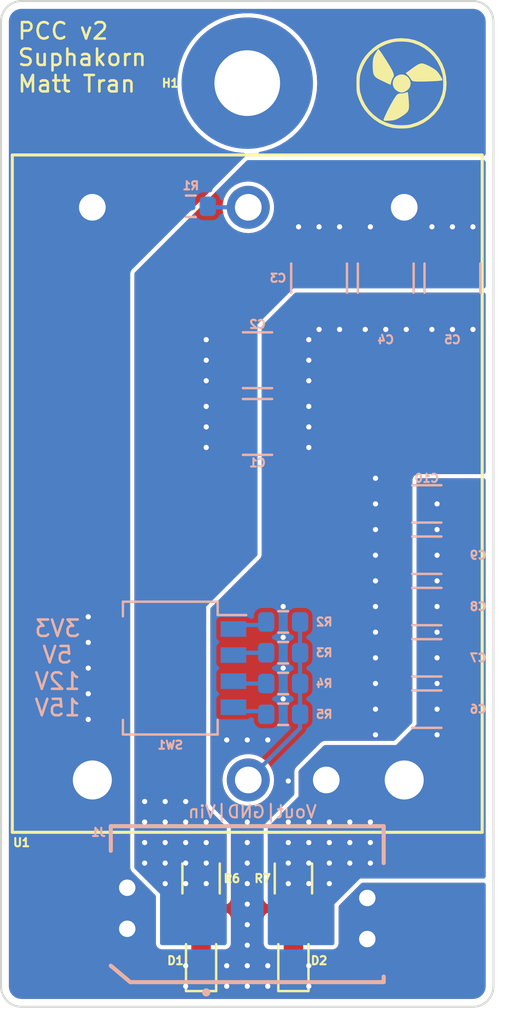
<source format=kicad_pcb>
(kicad_pcb (version 20211014) (generator pcbnew)
  (layers (0 "F.Cu" signal) (31 "B.Cu" signal) (34 "B.Paste" user) (35 "F.Paste" user) (36 "B.SilkS" user "B.Silkscreen") (37 "F.SilkS" user "F.Silkscreen") (38 "B.Mask" user) (39 "F.Mask" user) (44 "Edge.Cuts" user))
  (net 0 "")
  (net 1 "GND")
  (net 2 "Net-(D1-Pad2)")
  (net 3 "Net-(R4-Pad1)")
  (net 4 "+48V")
  (net 5 "+VSW")
  (net 6 "Net-(D2-Pad2)")
  (net 7 "Net-(R1-Pad2)")
  (net 8 "Net-(R2-Pad2)")
  (net 9 "Net-(R2-Pad1)")
  (net 10 "Net-(R3-Pad1)")
  (net 11 "Net-(R5-Pad1)")
  (footprint "MountingHole:MountingHole_3.2mm_M3_Pad_TopBottom" (layer "F.Cu") (at 150 80)
    (fp_text reference "H1" (at -3.75 0) (layer "F.SilkS") (effects (font (size 0.4 0.4) (thickness 0.1))))
    (fp_text value "mount")
    (pad "" thru_hole circle (at 0 0) (size 3.6 3.6) (drill 3.2) (layers *.Cu *.Mask))
    (pad "" connect circle (at 0 0) (size 6.4 6.4) (layers "F.Cu" "F.Mask"))
    (pad "" connect circle (at 0 0) (size 6.4 6.4) (layers "B.Cu" "B.Mask"))
  )
  (footprint "extraparts:I6A4W020A033V-001-R" (layer "F.Cu") (at 150 100 -90)
    (fp_text reference "U1" (at 17 11 180) (layer "F.SilkS") (effects (font (size 0.4 0.4) (thickness 0.1))))
    (fp_text value "I6A4W020A033V-001-R")
    (fp_line (start 16.5 -11.45) (end 16.5 11.45) (layer "F.SilkS") (width 0.15))
    (fp_line (start -16.5 -11.45) (end 16.5 -11.45) (layer "F.SilkS") (width 0.15))
    (fp_line (start -16.5 11.45) (end -16.5 -11.45) (layer "F.SilkS") (width 0.15))
    (fp_line (start -16.5 11.45) (end 16.5 11.45) (layer "F.SilkS") (width 0.15))
    (pad "1" thru_hole circle locked (at -13.95 -7.65 270) (size 2.1 2.1) (drill 1.3) (layers *.Cu *.Mask) (net 4 "+48V"))
    (pad "2" thru_hole circle locked (at -13.95 -0.05 270) (size 2.1 2.1) (drill 1.3) (layers *.Cu *.Mask) (net 7 "Net-(R1-Pad2)"))
    (pad "3" thru_hole circle locked (at -13.95 7.55 270) (size 2.1 2.1) (drill 1.3) (layers *.Cu *.Mask) (net 1 "GND"))
    (pad "4" thru_hole circle locked (at 13.95 7.55 270) (size 2.9 2.9) (drill 1.9) (layers *.Cu *.Mask) (net 1 "GND"))
    (pad "6" thru_hole circle locked (at 13.95 -0.05 270) (size 2.1 2.1) (drill 1.3) (layers *.Cu *.Mask) (net 8 "Net-(R2-Pad2)"))
    (pad "7" thru_hole circle locked (at 13.95 -3.85 270) (size 2.1 2.1) (drill 1.3) (layers *.Cu *.Mask) (net 5 "+VSW"))
    (pad "8" thru_hole circle locked (at 13.95 -7.65 270) (size 2.9 2.9) (drill 1.9) (layers *.Cu *.Mask) (net 5 "+VSW"))
  )
  (footprint "extraparts:auv_logo" (layer "F.Cu") (at 157.5 80)
    (fp_text reference "H2" hide)
    (fp_text value "logo" hide)
    (fp_poly (pts (xy 0.184223 -0.389007) (xy 0.293037 -0.322752) (xy 0.379247 -0.228185) (xy 0.436311 -0.112771) (xy 0.457687 0.016022) (xy 0.436831 0.150727) (xy 0.430108 0.169796) (xy 0.368652 0.271393) (xy 0.273747 0.360206) (xy 0.161031 0.425174) (xy 0.046144 0.455232) (xy 0.0254 0.456084) (xy -0.037835 0.445439) (xy -0.117232 0.418923) (xy -0.1397 0.409192) (xy -0.263177 0.328709) (xy -0.348247 0.22494) (xy -0.395594 0.106535) (xy -0.405906 -0.017858) (xy -0.379867 -0.139587) (xy -0.318162 -0.250004) (xy -0.221478 -0.340458) (xy -0.090499 -0.4023) (xy -0.075046 -0.406711) (xy 0.059348 -0.419482) (xy 0.184223 -0.389007)) (layer "F.SilkS") (width 0.01) (fill solid))
    (fp_poly (pts (xy 0.317943 0.437816) (xy 0.326452 0.470112) (xy 0.336989 0.541361) (xy 0.348428 0.639813) (xy 0.35964 0.75372) (xy 0.369499 0.871333) (xy 0.376876 0.980901) (xy 0.380645 1.070677) (xy 0.380905 1.09392) (xy 0.375208 1.215889) (xy 0.353597 1.311122) (xy 0.309078 1.391103) (xy 0.23466 1.467315) (xy 0.123351 1.55124) (xy 0.087517 1.575733) (xy -0.05618 1.668922) (xy -0.174815 1.734762) (xy -0.282395 1.778377) (xy -0.392927 1.804889) (xy -0.520415 1.819421) (xy -0.590054 1.823563) (xy -0.706715 1.828014) (xy -0.782214 1.827085) (xy -0.826 1.819774) (xy -0.847524 1.805076) (xy -0.852506 1.795674) (xy -0.846124 1.761067) (xy -0.819068 1.689825) (xy -0.775218 1.589783) (xy -0.718455 1.468779) (xy -0.65266 1.334648) (xy -0.581714 1.195226) (xy -0.509497 1.058349) (xy -0.43989 0.931854) (xy -0.376774 0.823575) (xy -0.348918 0.778804) (xy -0.274668 0.665806) (xy -0.217275 0.589446) (xy -0.167773 0.542612) (xy -0.117197 0.518194) (xy -0.056581 0.509082) (xy -0.007457 0.508) (xy 0.091297 0.50046) (xy 0.185798 0.481359) (xy 0.220615 0.469566) (xy 0.280038 0.446763) (xy 0.314842 0.437266) (xy 0.317943 0.437816)) (layer "F.SilkS") (width 0.01) (fill solid))
    (fp_poly (pts (xy 1.099385 -0.940654) (xy 1.231104 -0.891651) (xy 1.377982 -0.821833) (xy 1.523269 -0.74045) (xy 1.650217 -0.656748) (xy 1.728325 -0.59339) (xy 1.783631 -0.533135) (xy 1.844226 -0.453861) (xy 1.903575 -0.366142) (xy 1.955141 -0.280553) (xy 1.992389 -0.207669) (xy 2.008782 -0.158064) (xy 2.00606 -0.144032) (xy 1.968775 -0.131776) (xy 1.888945 -0.120307) (xy 1.774826 -0.109864) (xy 1.63467 -0.10069) (xy 1.476731 -0.093024) (xy 1.309262 -0.087109) (xy 1.140517 -0.083185) (xy 0.978749 -0.081494) (xy 0.832212 -0.082277) (xy 0.709159 -0.085775) (xy 0.617843 -0.092228) (xy 0.566519 -0.101879) (xy 0.566301 -0.101966) (xy 0.520006 -0.138107) (xy 0.472424 -0.200991) (xy 0.459604 -0.223887) (xy 0.407103 -0.303311) (xy 0.33674 -0.382429) (xy 0.312403 -0.404549) (xy 0.262202 -0.452626) (xy 0.238766 -0.487196) (xy 0.2413 -0.497089) (xy 0.270395 -0.515939) (xy 0.331278 -0.55917) (xy 0.415241 -0.620491) (xy 0.513577 -0.693611) (xy 0.5207 -0.698953) (xy 0.668794 -0.806352) (xy 0.787233 -0.882342) (xy 0.883583 -0.930084) (xy 0.965413 -0.952739) (xy 1.04029 -0.953468) (xy 1.099385 -0.940654)) (layer "F.SilkS") (width 0.01) (fill solid))
    (fp_poly (pts (xy 0.351604 -2.160688) (xy 0.671753 -2.08981) (xy 0.972253 -1.972157) (xy 1.252212 -1.808119) (xy 1.510737 -1.598086) (xy 1.630021 -1.477739) (xy 1.839991 -1.215991) (xy 2.002911 -0.93511) (xy 2.118822 -0.634993) (xy 2.187763 -0.315534) (xy 2.2098 0.0127) (xy 2.186349 0.351008) (xy 2.115969 0.669872) (xy 1.998619 0.969399) (xy 1.834258 1.249691) (xy 1.630021 1.503138) (xy 1.38241 1.735058) (xy 1.110187 1.922546) (xy 0.813487 2.065527) (xy 0.492444 2.163924) (xy 0.452121 2.172768) (xy 0.313825 2.192783) (xy 0.144063 2.203795) (xy -0.039327 2.205853) (xy -0.218508 2.199002) (xy -0.375644 2.183289) (xy -0.448405 2.170408) (xy -0.764564 2.075341) (xy -1.062168 1.933673) (xy -1.33807 1.747213) (xy -1.589122 1.517765) (xy -1.593837 1.512783) (xy -1.77957 1.290712) (xy -1.929224 1.052972) (xy -2.051031 0.785774) (xy -2.087552 0.6858) (xy -2.118104 0.595641) (xy -2.14011 0.521748) (xy -2.154972 0.45282) (xy -2.164091 0.37756) (xy -2.168866 0.284667) (xy -2.1707 0.162843) (xy -2.170893 0.063128) (xy -2.029808 0.063128) (xy -2.022089 0.242514) (xy -2.004373 0.398674) (xy -1.992979 0.4572) (xy -1.89579 0.767685) (xy -1.754726 1.055028) (xy -1.572476 1.31538) (xy -1.351729 1.544892) (xy -1.0987 1.737438) (xy -0.923147 1.840251) (xy -0.744055 1.92089) (xy -0.540982 1.988141) (xy -0.4699 2.00766) (xy -0.323097 2.035102) (xy -0.14486 2.051264) (xy 0.046667 2.05593) (xy 0.233339 2.04889) (xy 0.397009 2.029929) (xy 0.453922 2.018502) (xy 0.767719 1.919579) (xy 1.055336 1.778466) (xy 1.313745 1.598193) (xy 1.539917 1.381788) (xy 1.730823 1.13228) (xy 1.883433 0.852699) (xy 1.99472 0.546073) (xy 2.018502 0.453922) (xy 2.04057 0.31764) (xy 2.052852 0.149603) (xy 2.055348 -0.032095) (xy 2.048058 -0.209361) (xy 2.030981 -0.364101) (xy 2.018502 -0.428523) (xy 1.919596 -0.742686) (xy 1.778707 -1.030366) (xy 1.598736 -1.288603) (xy 1.382586 -1.514433) (xy 1.13316 -1.704894) (xy 0.85336 -1.857024) (xy 0.54609 -1.967859) (xy 0.497586 -1.980797) (xy 0.328728 -2.011745) (xy 0.132269 -2.028634) (xy -0.072665 -2.03121) (xy -0.266948 -2.019219) (xy -0.428523 -1.993103) (xy -0.740968 -1.894587) (xy -1.027919 -1.754001) (xy -1.286136 -1.574576) (xy -1.512383 -1.359543) (xy -1.703421 -1.112135) (xy -1.856013 -0.835581) (xy -1.966919 -0.533115) (xy -1.992979 -0.4318) (xy -2.015253 -0.292287) (xy -2.027529 -0.121225) (xy -2.029808 0.063128) (xy -2.170893 0.063128) (xy -2.170992 0.0127) (xy -2.170643 -0.146413) (xy -2.168662 -0.266026) (xy -2.163648 -0.357437) (xy -2.1542 -0.431947) (xy -2.138919 -0.500854) (xy -2.116402 -0.575457) (xy -2.087552 -0.6604) (xy -1.992901 -0.902251) (xy -1.885431 -1.10919) (xy -1.755411 -1.297012) (xy -1.593108 -1.481512) (xy -1.5621 -1.513185) (xy -1.367521 -1.6952) (xy -1.180703 -1.838516) (xy -0.989783 -1.951289) (xy -0.80626 -2.032785) (xy -0.544357 -2.118251) (xy -0.286838 -2.167365) (xy -0.011117 -2.184309) (xy 0.0127 -2.184401) (xy 0.351604 -2.160688)) (layer "F.SilkS") (width 0.01) (fill solid))
    (fp_poly (pts (xy -1.04904 -1.585359) (xy -0.998719 -1.51774) (xy -0.929039 -1.416159) (xy -0.846241 -1.290533) (xy -0.756568 -1.150774) (xy -0.666265 -1.006799) (xy -0.581573 -0.868521) (xy -0.508737 -0.745856) (xy -0.453998 -0.648719) (xy -0.431062 -0.603927) (xy -0.381349 -0.487058) (xy -0.360028 -0.400202) (xy -0.366216 -0.331854) (xy -0.399031 -0.270509) (xy -0.40492 -0.262813) (xy -0.438433 -0.20169) (xy -0.46961 -0.114765) (xy -0.482921 -0.061957) (xy -0.501385 0.012983) (xy -0.519066 0.062004) (xy -0.528851 0.073445) (xy -0.560464 0.060697) (xy -0.617569 0.032446) (xy -0.635 0.023269) (xy -0.697661 -0.008265) (xy -0.790985 -0.052981) (xy -0.899231 -0.103394) (xy -0.952493 -0.127701) (xy -1.097584 -0.197641) (xy -1.20571 -0.263712) (xy -1.28228 -0.335026) (xy -1.332705 -0.420699) (xy -1.362392 -0.529842) (xy -1.376751 -0.671569) (xy -1.381159 -0.849924) (xy -1.378035 -1.024628) (xy -1.363335 -1.163694) (xy -1.333076 -1.28171) (xy -1.283275 -1.393267) (xy -1.20995 -1.512955) (xy -1.19363 -1.536948) (xy -1.109369 -1.659417) (xy -1.04904 -1.585359)) (layer "F.SilkS") (width 0.01) (fill solid))
  )
  (footprint "Resistor_SMD:R_1206_3216Metric" (layer "F.Cu") (at 152.25 118.75 -90)
    (fp_text reference "R7" (at 0 1.5 180) (layer "F.SilkS") (effects (font (size 0.4 0.4) (thickness 0.1))))
    (fp_text value "1k")
    (fp_line (start -0.727064 -0.91) (end 0.727064 -0.91) (layer "F.SilkS") (width 0.12))
    (fp_line (start -0.727064 0.91) (end 0.727064 0.91) (layer "F.SilkS") (width 0.12))
    (pad "1" smd roundrect (at -1.4625 0 270) (size 1.125 1.75) (layers "F.Cu" "F.Paste" "F.Mask") (roundrect_rratio 0.222222) (net 5 "+VSW"))
    (pad "2" smd roundrect (at 1.4625 0 270) (size 1.125 1.75) (layers "F.Cu" "F.Paste" "F.Mask") (roundrect_rratio 0.222222) (net 6 "Net-(D2-Pad2)"))
  )
  (footprint "LED_SMD:LED_0603_1608Metric" (layer "F.Cu") (at 147.75 122.75 90)
    (fp_text reference "D1" (at 0 -1.25 180) (layer "F.SilkS") (effects (font (size 0.4 0.4) (thickness 0.1))))
    (fp_text value "LED")
    (fp_line (start -1.485 0.735) (end 0.8 0.735) (layer "F.SilkS") (width 0.12))
    (fp_line (start 0.8 -0.735) (end -1.485 -0.735) (layer "F.SilkS") (width 0.12))
    (fp_line (start -1.485 -0.735) (end -1.485 0.735) (layer "F.SilkS") (width 0.12))
    (pad "1" smd roundrect (at -0.7875 0 90) (size 0.875 0.95) (layers "F.Cu" "F.Paste" "F.Mask") (net 1 "GND"))
    (pad "2" smd roundrect (at 0.7875 0 90) (size 0.875 0.95) (layers "F.Cu" "F.Paste" "F.Mask") (net 2 "Net-(D1-Pad2)"))
  )
  (footprint "Resistor_SMD:R_1206_3216Metric" (layer "F.Cu") (at 147.75 118.75 -90)
    (fp_text reference "R6" (at 0 -1.5 180) (layer "F.SilkS") (effects (font (size 0.4 0.4) (thickness 0.1))))
    (fp_text value "10k")
    (fp_line (start -0.727064 -0.91) (end 0.727064 -0.91) (layer "F.SilkS") (width 0.12))
    (fp_line (start -0.727064 0.91) (end 0.727064 0.91) (layer "F.SilkS") (width 0.12))
    (pad "1" smd roundrect (at -1.4625 0 270) (size 1.125 1.75) (layers "F.Cu" "F.Paste" "F.Mask") (roundrect_rratio 0.222222) (net 4 "+48V"))
    (pad "2" smd roundrect (at 1.4625 0 270) (size 1.125 1.75) (layers "F.Cu" "F.Paste" "F.Mask") (roundrect_rratio 0.222222) (net 2 "Net-(D1-Pad2)"))
  )
  (footprint "LED_SMD:LED_0603_1608Metric" (layer "F.Cu") (at 152.25 122.75 90)
    (fp_text reference "D2" (at 0 1.25 180) (layer "F.SilkS") (effects (font (size 0.4 0.4) (thickness 0.1))))
    (fp_text value "LED")
    (fp_line (start -1.485 0.735) (end 0.8 0.735) (layer "F.SilkS") (width 0.12))
    (fp_line (start -1.485 -0.735) (end -1.485 0.735) (layer "F.SilkS") (width 0.12))
    (fp_line (start 0.8 -0.735) (end -1.485 -0.735) (layer "F.SilkS") (width 0.12))
    (pad "1" smd roundrect (at -0.7875 0 90) (size 0.875 0.95) (layers "F.Cu" "F.Paste" "F.Mask") (net 1 "GND"))
    (pad "2" smd roundrect (at 0.7875 0 90) (size 0.875 0.95) (layers "F.Cu" "F.Paste" "F.Mask") (net 6 "Net-(D2-Pad2)"))
  )
  (footprint "Capacitor_SMD:C_1210_3225Metric" (layer "B.Cu") (at 160 89.5 -90)
    (fp_text reference "C5" (at 3 0 180) (layer "B.SilkS") (effects (font (size 0.4 0.4) (thickness 0.1)) (justify mirror)))
    (fp_text value "10u")
    (fp_line (start -0.711252 1.36) (end 0.711252 1.36) (layer "B.SilkS") (width 0.12))
    (fp_line (start -0.711252 -1.36) (end 0.711252 -1.36) (layer "B.SilkS") (width 0.12))
    (pad "1" smd roundrect (at -1.475 0 270) (size 1.15 2.7) (layers "B.Cu" "B.Paste" "B.Mask") (roundrect_rratio 0.217391) (net 4 "+48V"))
    (pad "2" smd roundrect (at 1.475 0 270) (size 1.15 2.7) (layers "B.Cu" "B.Paste" "B.Mask") (roundrect_rratio 0.217391) (net 1 "GND"))
  )
  (footprint "Capacitor_SMD:C_1210_3225Metric" (layer "B.Cu") (at 153.5 89.5 -90)
    (fp_text reference "C3" (at 0 2 180) (layer "B.SilkS") (effects (font (size 0.4 0.4) (thickness 0.1)) (justify mirror)))
    (fp_text value "10u")
    (fp_line (start -0.711252 -1.36) (end 0.711252 -1.36) (layer "B.SilkS") (width 0.12))
    (fp_line (start -0.711252 1.36) (end 0.711252 1.36) (layer "B.SilkS") (width 0.12))
    (pad "1" smd roundrect (at -1.475 0 270) (size 1.15 2.7) (layers "B.Cu" "B.Paste" "B.Mask") (roundrect_rratio 0.217391) (net 4 "+48V"))
    (pad "2" smd roundrect (at 1.475 0 270) (size 1.15 2.7) (layers "B.Cu" "B.Paste" "B.Mask") (roundrect_rratio 0.217391) (net 1 "GND"))
  )
  (footprint "Capacitor_SMD:C_1206_3216Metric" (layer "B.Cu") (at 158.75 110.5 180)
    (fp_text reference "C6" (at -2.5 0) (layer "B.SilkS") (effects (font (size 0.4 0.4) (thickness 0.1)) (justify mirror)))
    (fp_text value "47u")
    (fp_line (start -0.711252 -0.91) (end 0.711252 -0.91) (layer "B.SilkS") (width 0.12))
    (fp_line (start -0.711252 0.91) (end 0.711252 0.91) (layer "B.SilkS") (width 0.12))
    (pad "1" smd roundrect (at -1.475 0 180) (size 1.15 1.8) (layers "B.Cu" "B.Paste" "B.Mask") (roundrect_rratio 0.217391) (net 5 "+VSW"))
    (pad "2" smd roundrect (at 1.475 0 180) (size 1.15 1.8) (layers "B.Cu" "B.Paste" "B.Mask") (roundrect_rratio 0.217391) (net 1 "GND"))
  )
  (footprint "Capacitor_SMD:C_1206_3216Metric" (layer "B.Cu") (at 158.75 100.5 180)
    (fp_text reference "C10" (at 0 1.25) (layer "B.SilkS") (effects (font (size 0.4 0.4) (thickness 0.1)) (justify mirror)))
    (fp_text value "47u")
    (fp_line (start -0.711252 0.91) (end 0.711252 0.91) (layer "B.SilkS") (width 0.12))
    (fp_line (start -0.711252 -0.91) (end 0.711252 -0.91) (layer "B.SilkS") (width 0.12))
    (pad "1" smd roundrect (at -1.475 0 180) (size 1.15 1.8) (layers "B.Cu" "B.Paste" "B.Mask") (roundrect_rratio 0.217391) (net 5 "+VSW"))
    (pad "2" smd roundrect (at 1.475 0 180) (size 1.15 1.8) (layers "B.Cu" "B.Paste" "B.Mask") (roundrect_rratio 0.217391) (net 1 "GND"))
  )
  (footprint "extraparts:Samtec_mPOWER_UMPT_3pin" (layer "B.Cu") (at 150 120 180)
    (fp_text reference "J1" (at 7.25 3.5) (layer "B.SilkS") (effects (font (size 0.4 0.4) (thickness 0.1)) (justify mirror)))
    (fp_text value "PWR")
    (fp_line (start -6.65 -3.53) (end -6.65 -3.8) (layer "B.SilkS") (width 0.2))
    (fp_line (start -6.65 2) (end -6.65 3.8) (layer "B.SilkS") (width 0.2))
    (fp_line (start 5.7 -3.8) (end 6.65 -3) (layer "B.SilkS") (width 0.2))
    (fp_line (start -6.65 3.8) (end 6.65 3.8) (layer "B.SilkS") (width 0.2))
    (fp_line (start -6.65 -3.8) (end 5.7 -3.8) (layer "B.SilkS") (width 0.2))
    (fp_line (start 6.65 3.8) (end 6.65 2.6) (layer "B.SilkS") (width 0.2))
    (fp_circle (center 2 -4.3) (end 2.1 -4.3) (layer "B.SilkS") (width 0.2) (fill none))
    (pad "1" smd rect (at 2 0 180) (size 1.25 3.5) (layers "B.Cu" "B.Paste" "B.Mask") (net 4 "+48V"))
    (pad "2" smd rect (at 0 0 180) (size 1.25 3.5) (layers "B.Cu" "B.Paste" "B.Mask") (net 1 "GND"))
    (pad "3" smd rect (at -2 0 180) (size 1.25 3.5) (layers "B.Cu" "B.Paste" "B.Mask") (net 5 "+VSW"))
    (pad "MP" thru_hole circle (at 5.85 0.8 180) (size 1.308 1.308) (drill 0.8) (layers *.Cu *.Mask) (net 1 "GND"))
    (pad "MP" thru_hole circle (at -5.85 -1.7 180) (size 1.308 1.308) (drill 0.8) (layers *.Cu *.Mask) (net 1 "GND"))
    (pad "MP" thru_hole circle (at 5.85 -1.2 180) (size 1.308 1.308) (drill 0.8) (layers *.Cu *.Mask) (net 1 "GND"))
    (pad "MP" thru_hole circle (at -5.85 0.3 180) (size 1.308 1.308) (drill 0.8) (layers *.Cu *.Mask) (net 1 "GND"))
  )
  (footprint "Capacitor_SMD:C_1206_3216Metric" (layer "B.Cu") (at 158.75 103 180)
    (fp_text reference "C9" (at -2.5 0) (layer "B.SilkS") (effects (font (size 0.4 0.4) (thickness 0.1)) (justify mirror)))
    (fp_text value "47u")
    (fp_line (start -0.711252 -0.91) (end 0.711252 -0.91) (layer "B.SilkS") (width 0.12))
    (fp_line (start -0.711252 0.91) (end 0.711252 0.91) (layer "B.SilkS") (width 0.12))
    (pad "1" smd roundrect (at -1.475 0 180) (size 1.15 1.8) (layers "B.Cu" "B.Paste" "B.Mask") (roundrect_rratio 0.217391) (net 5 "+VSW"))
    (pad "2" smd roundrect (at 1.475 0 180) (size 1.15 1.8) (layers "B.Cu" "B.Paste" "B.Mask") (roundrect_rratio 0.217391) (net 1 "GND"))
  )
  (footprint "Button_Switch_SMD:SW_DIP_SPSTx04_Slide_Omron_A6H-4101_W6.15mm_P1.27mm" (layer "B.Cu") (at 146.25 108.5 180)
    (fp_text reference "SW1" (at 0 -3.75) (layer "B.SilkS") (effects (font (size 0.4 0.4) (thickness 0.1)) (justify mirror)))
    (fp_text value "SW_DIP_x04")
    (fp_line (start -2.309 3.235) (end -2.309 2.585) (layer "B.SilkS") (width 0.12))
    (fp_line (start 2.31 3.235) (end 2.31 2.525) (layer "B.SilkS") (width 0.12))
    (fp_line (start -2.309 -2.525) (end -2.309 -3.235) (layer "B.SilkS") (width 0.12))
    (fp_line (start 2.31 -2.525) (end 2.31 -3.235) (layer "B.SilkS") (width 0.12))
    (fp_line (start -2.309 -3.235) (end 2.31 -3.235) (layer "B.SilkS") (width 0.12))
    (fp_line (start -2.309 3.235) (end 2.31 3.235) (layer "B.SilkS") (width 0.12))
    (fp_line (start -3.7 2.585) (end -2.309 2.585) (layer "B.SilkS") (width 0.12))
    (pad "1" smd rect (at -3.075 1.905 180) (size 1.25 0.76) (layers "B.Cu" "B.Paste" "B.Mask") (net 9 "Net-(R2-Pad1)"))
    (pad "2" smd rect (at -3.075 0.635 180) (size 1.25 0.76) (layers "B.Cu" "B.Paste" "B.Mask") (net 10 "Net-(R3-Pad1)"))
    (pad "3" smd rect (at -3.075 -0.635 180) (size 1.25 0.76) (layers "B.Cu" "B.Paste" "B.Mask") (net 3 "Net-(R4-Pad1)"))
    (pad "4" smd rect (at -3.075 -1.905 180) (size 1.25 0.76) (layers "B.Cu" "B.Paste" "B.Mask") (net 11 "Net-(R5-Pad1)"))
    (pad "5" smd rect (at 3.075 -1.905 180) (size 1.25 0.76) (layers "B.Cu" "B.Paste" "B.Mask") (net 1 "GND"))
    (pad "6" smd rect (at 3.075 -0.635 180) (size 1.25 0.76) (layers "B.Cu" "B.Paste" "B.Mask") (net 1 "GND"))
    (pad "7" smd rect (at 3.075 0.635 180) (size 1.25 0.76) (layers "B.Cu" "B.Paste" "B.Mask") (net 1 "GND"))
    (pad "8" smd rect (at 3.075 1.905 180) (size 1.25 0.76) (layers "B.Cu" "B.Paste" "B.Mask") (net 1 "GND"))
  )
  (footprint "Resistor_SMD:R_0603_1608Metric" (layer "B.Cu") (at 151.75 107.75)
    (fp_text reference "R3" (at 2 0) (layer "B.SilkS") (effects (font (size 0.4 0.4) (thickness 0.1)) (justify mirror)))
    (fp_text value "8.57k")
    (fp_line (start -0.237258 -0.5225) (end 0.237258 -0.5225) (layer "B.SilkS") (width 0.12))
    (fp_line (start -0.237258 0.5225) (end 0.237258 0.5225) (layer "B.SilkS") (width 0.12))
    (pad "1" smd roundrect (at -0.825 0) (size 0.8 0.95) (layers "B.Cu" "B.Paste" "B.Mask") (net 10 "Net-(R3-Pad1)"))
    (pad "2" smd roundrect (at 0.825 0) (size 0.8 0.95) (layers "B.Cu" "B.Paste" "B.Mask") (net 8 "Net-(R2-Pad2)"))
  )
  (footprint "Capacitor_SMD:C_1210_3225Metric" (layer "B.Cu") (at 150.5 93.5)
    (fp_text reference "C2" (at 0 -1.75) (layer "B.SilkS") (effects (font (size 0.4 0.4) (thickness 0.1)) (justify mirror)))
    (fp_text value "10u")
    (fp_line (start -0.711252 -1.36) (end 0.711252 -1.36) (layer "B.SilkS") (width 0.12))
    (fp_line (start -0.711252 1.36) (end 0.711252 1.36) (layer "B.SilkS") (width 0.12))
    (pad "1" smd roundrect (at -1.475 0) (size 1.15 2.7) (layers "B.Cu" "B.Paste" "B.Mask") (roundrect_rratio 0.217391) (net 4 "+48V"))
    (pad "2" smd roundrect (at 1.475 0) (size 1.15 2.7) (layers "B.Cu" "B.Paste" "B.Mask") (roundrect_rratio 0.217391) (net 1 "GND"))
  )
  (footprint "Capacitor_SMD:C_1210_3225Metric" (layer "B.Cu") (at 156.75 89.5 -90)
    (fp_text reference "C4" (at 3 0 180) (layer "B.SilkS") (effects (font (size 0.4 0.4) (thickness 0.1)) (justify mirror)))
    (fp_text value "10u")
    (fp_line (start -0.711252 1.36) (end 0.711252 1.36) (layer "B.SilkS") (width 0.12))
    (fp_line (start -0.711252 -1.36) (end 0.711252 -1.36) (layer "B.SilkS") (width 0.12))
    (pad "1" smd roundrect (at -1.475 0 270) (size 1.15 2.7) (layers "B.Cu" "B.Paste" "B.Mask") (roundrect_rratio 0.217391) (net 4 "+48V"))
    (pad "2" smd roundrect (at 1.475 0 270) (size 1.15 2.7) (layers "B.Cu" "B.Paste" "B.Mask") (roundrect_rratio 0.217391) (net 1 "GND"))
  )
  (footprint "Resistor_SMD:R_0603_1608Metric" (layer "B.Cu") (at 147.25 86)
    (fp_text reference "R1" (at 0 -1) (layer "B.SilkS") (effects (font (size 0.4 0.4) (thickness 0.1)) (justify mirror)))
    (fp_text value "0")
    (fp_line (start -0.237258 0.5225) (end 0.237258 0.5225) (layer "B.SilkS") (width 0.12))
    (fp_line (start -0.237258 -0.5225) (end 0.237258 -0.5225) (layer "B.SilkS") (width 0.12))
    (pad "1" smd roundrect (at -0.825 0) (size 0.8 0.95) (layers "B.Cu" "B.Paste" "B.Mask") (net 1 "GND"))
    (pad "2" smd roundrect (at 0.825 0) (size 0.8 0.95) (layers "B.Cu" "B.Paste" "B.Mask") (net 7 "Net-(R1-Pad2)"))
  )
  (footprint "Capacitor_SMD:C_1210_3225Metric" (layer "B.Cu") (at 150.5 96.75)
    (fp_text reference "C1" (at 0 1.75 180) (layer "B.SilkS") (effects (font (size 0.4 0.4) (thickness 0.1)) (justify mirror)))
    (fp_text value "10u")
    (fp_line (start -0.711252 -1.36) (end 0.711252 -1.36) (layer "B.SilkS") (width 0.12))
    (fp_line (start -0.711252 1.36) (end 0.711252 1.36) (layer "B.SilkS") (width 0.12))
    (pad "1" smd roundrect (at -1.475 0) (size 1.15 2.7) (layers "B.Cu" "B.Paste" "B.Mask") (roundrect_rratio 0.217391) (net 4 "+48V"))
    (pad "2" smd roundrect (at 1.475 0) (size 1.15 2.7) (layers "B.Cu" "B.Paste" "B.Mask") (roundrect_rratio 0.217391) (net 1 "GND"))
  )
  (footprint "Capacitor_SMD:C_1206_3216Metric" (layer "B.Cu") (at 158.75 105.5 180)
    (fp_text reference "C8" (at -2.5 0) (layer "B.SilkS") (effects (font (size 0.4 0.4) (thickness 0.1)) (justify mirror)))
    (fp_text value "47u")
    (fp_line (start -0.711252 -0.91) (end 0.711252 -0.91) (layer "B.SilkS") (width 0.12))
    (fp_line (start -0.711252 0.91) (end 0.711252 0.91) (layer "B.SilkS") (width 0.12))
    (pad "1" smd roundrect (at -1.475 0 180) (size 1.15 1.8) (layers "B.Cu" "B.Paste" "B.Mask") (roundrect_rratio 0.217391) (net 5 "+VSW"))
    (pad "2" smd roundrect (at 1.475 0 180) (size 1.15 1.8) (layers "B.Cu" "B.Paste" "B.Mask") (roundrect_rratio 0.217391) (net 1 "GND"))
  )
  (footprint "Capacitor_SMD:C_1206_3216Metric" (layer "B.Cu") (at 158.75 108 180)
    (fp_text reference "C7" (at -2.5 0) (layer "B.SilkS") (effects (font (size 0.4 0.4) (thickness 0.1)) (justify mirror)))
    (fp_text value "47u")
    (fp_line (start -0.711252 -0.91) (end 0.711252 -0.91) (layer "B.SilkS") (width 0.12))
    (fp_line (start -0.711252 0.91) (end 0.711252 0.91) (layer "B.SilkS") (width 0.12))
    (pad "1" smd roundrect (at -1.475 0 180) (size 1.15 1.8) (layers "B.Cu" "B.Paste" "B.Mask") (roundrect_rratio 0.217391) (net 5 "+VSW"))
    (pad "2" smd roundrect (at 1.475 0 180) (size 1.15 1.8) (layers "B.Cu" "B.Paste" "B.Mask") (roundrect_rratio 0.217391) (net 1 "GND"))
  )
  (footprint "Resistor_SMD:R_0603_1608Metric" (layer "B.Cu") (at 151.75 106.25)
    (fp_text reference "R2" (at 2 0) (layer "B.SilkS") (effects (font (size 0.4 0.4) (thickness 0.1)) (justify mirror)))
    (fp_text value "30.3k")
    (fp_line (start -0.237258 0.5225) (end 0.237258 0.5225) (layer "B.SilkS") (width 0.12))
    (fp_line (start -0.237258 -0.5225) (end 0.237258 -0.5225) (layer "B.SilkS") (width 0.12))
    (pad "1" smd roundrect (at -0.825 0) (size 0.8 0.95) (layers "B.Cu" "B.Paste" "B.Mask") (net 9 "Net-(R2-Pad1)"))
    (pad "2" smd roundrect (at 0.825 0) (size 0.8 0.95) (layers "B.Cu" "B.Paste" "B.Mask") (net 8 "Net-(R2-Pad2)"))
  )
  (footprint "Resistor_SMD:R_0603_1608Metric" (layer "B.Cu") (at 151.75 110.75)
    (fp_text reference "R5" (at 2 0) (layer "B.SilkS") (effects (font (size 0.4 0.4) (thickness 0.1)) (justify mirror)))
    (fp_text value "1.25k")
    (fp_line (start -0.237258 0.5225) (end 0.237258 0.5225) (layer "B.SilkS") (width 0.12))
    (fp_line (start -0.237258 -0.5225) (end 0.237258 -0.5225) (layer "B.SilkS") (width 0.12))
    (pad "1" smd roundrect (at -0.825 0) (size 0.8 0.95) (layers "B.Cu" "B.Paste" "B.Mask") (net 11 "Net-(R5-Pad1)"))
    (pad "2" smd roundrect (at 0.825 0) (size 0.8 0.95) (layers "B.Cu" "B.Paste" "B.Mask") (net 8 "Net-(R2-Pad2)"))
  )
  (footprint "Resistor_SMD:R_0603_1608Metric" (layer "B.Cu") (at 151.75 109.25)
    (fp_text reference "R4" (at 2 0) (layer "B.SilkS") (effects (font (size 0.4 0.4) (thickness 0.1)) (justify mirror)))
    (fp_text value "1.82k")
    (fp_line (start -0.237258 0.5225) (end 0.237258 0.5225) (layer "B.SilkS") (width 0.12))
    (fp_line (start -0.237258 -0.5225) (end 0.237258 -0.5225) (layer "B.SilkS") (width 0.12))
    (pad "1" smd roundrect (at -0.825 0) (size 0.8 0.95) (layers "B.Cu" "B.Paste" "B.Mask") (net 3 "Net-(R4-Pad1)"))
    (pad "2" smd roundrect (at 0.825 0) (size 0.8 0.95) (layers "B.Cu" "B.Paste" "B.Mask") (net 8 "Net-(R2-Pad2)"))
  )
  (gr_arc (start 161 76) (mid 161.707107 76.292893) (end 162 77) (layer "Edge.Cuts") (width 0.1))
  (gr_arc (start 138 77) (mid 138.292893 76.292893) (end 139 76) (layer "Edge.Cuts") (width 0.1))
  (gr_line (start 138 124) (end 138 77) (layer "Edge.Cuts") (width 0.1))
  (gr_line (start 161 125) (end 139 125) (layer "Edge.Cuts") (width 0.1))
  (gr_arc (start 139 125) (mid 138.292893 124.707107) (end 138 124) (layer "Edge.Cuts") (width 0.1))
  (gr_arc (start 162 124) (mid 161.707107 124.707107) (end 161 125) (layer "Edge.Cuts") (width 0.1))
  (gr_line (start 162 77) (end 162 124) (layer "Edge.Cuts") (width 0.1))
  (gr_line (start 139 76) (end 161 76) (layer "Edge.Cuts") (width 0.1))
  (gr_text "Vout|GND|Vin" (at 150.25 115.5) (layer "B.SilkS") (effects (font (size 0.6 0.6) (thickness 0.1)) (justify mirror)))
  (gr_text "3V3\n5V\n12V\n15V" (at 140.75 108.5) (layer "B.SilkS") (effects (font (size 0.8 0.8) (thickness 0.125)) (justify mirror)))
  (gr_text "PCC v2\nSuphakorn\nMatt Tran" (at 138.75 78.75) (layer "F.SilkS") (effects (font (size 0.8 0.8) (thickness 0.125)) (justify left)))
  (via (at 151.75 107) (size 0.508) (drill 0.254) (layers "F.Cu" "B.Cu") (net 1))
  (via (at 156.25 110.5) (size 0.508) (drill 0.254) (layers "F.Cu" "B.Cu") (net 1))
  (via (at 154.5 92) (size 0.508) (drill 0.254) (layers "F.Cu" "B.Cu") (net 1))
  (via (at 150 121) (size 0.508) (drill 0.254) (layers "F.Cu" "B.Cu") (net 1))
  (via (at 156.25 109.25) (size 0.508) (drill 0.254) (layers "F.Cu" "B.Cu") (net 1))
  (via (at 150 119) (size 0.508) (drill 0.254) (layers "F.Cu" "B.Cu") (net 1))
  (via (at 156.25 101.75) (size 0.508) (drill 0.254) (layers "F.Cu" "B.Cu") (net 1))
  (via (at 153 95.75) (size 0.508) (drill 0.254) (layers "F.Cu" "B.Cu") (net 1))
  (via (at 142.25 108.5) (size 0.508) (drill 0.254) (layers "F.Cu" "B.Cu") (net 1))
  (via (at 142.25 109.75) (size 0.508) (drill 0.254) (layers "F.Cu" "B.Cu") (net 1))
  (via (at 153.5 92) (size 0.508) (drill 0.254) (layers "F.Cu" "B.Cu") (net 1))
  (via (at 153 92.5) (size 0.508) (drill 0.254) (layers "F.Cu" "B.Cu") (net 1))
  (via (at 150 116) (size 0.508) (drill 0.254) (layers "F.Cu" "B.Cu") (net 1))
  (via (at 153 96.75) (size 0.508) (drill 0.254) (layers "F.Cu" "B.Cu") (net 1))
  (via (at 156.25 104.25) (size 0.508) (drill 0.254) (layers "F.Cu" "B.Cu") (net 1))
  (via (at 151 123) (size 0.508) (drill 0.254) (layers "F.Cu" "B.Cu") (net 1))
  (via (at 151.75 110) (size 0.508) (drill 0.254) (layers "F.Cu" "B.Cu") (net 1))
  (via (at 142.25 107.25) (size 0.508) (drill 0.254) (layers "F.Cu" "B.Cu") (net 1))
  (via (at 149 124) (size 0.508) (drill 0.254) (layers "F.Cu" "B.Cu") (net 1))
  (via (at 151.75 105.5) (size 0.508) (drill 0.254) (layers "F.Cu" "B.Cu") (net 1))
  (via (at 156.75 92) (size 0.508) (drill 0.254) (layers "F.Cu" "B.Cu") (net 1))
  (via (at 150 117) (size 0.508) (drill 0.254) (layers "F.Cu" "B.Cu") (net 1))
  (via (at 156.25 99.25) (size 0.508) (drill 0.254) (layers "F.Cu" "B.Cu") (net 1))
  (via (at 155.75 92) (size 0.508) (drill 0.254) (layers "F.Cu" "B.Cu") (net 1))
  (via (at 152 114) (size 0.508) (drill 0.254) (layers "F.Cu" "B.Cu") (net 1))
  (via (at 151 112) (size 0.508) (drill 0.254) (layers "F.Cu" "B.Cu") (net 1))
  (via (at 156.25 111.75) (size 0.508) (drill 0.254) (layers "F.Cu" "B.Cu") (net 1))
  (via (at 147 123) (size 0.508) (drill 0.254) (layers "F.Cu" "B.Cu") (net 1))
  (via (at 142.25 106) (size 0.508) (drill 0.254) (layers "F.Cu" "B.Cu") (net 1))
  (via (at 150 118) (size 0.508) (drill 0.254) (layers "F.Cu" "B.Cu") (net 1))
  (via (at 156.25 105.5) (size 0.508) (drill 0.254) (layers "F.Cu" "B.Cu") (net 1))
  (via (at 153 94.5) (size 0.508) (drill 0.254) (layers "F.Cu" "B.Cu") (net 1))
  (via (at 142.25 111) (size 0.508) (drill 0.254) (layers "F.Cu" "B.Cu") (net 1))
  (via (at 150 122) (size 0.508) (drill 0.254) (layers "F.Cu" "B.Cu") (net 1))
  (via (at 150 120) (size 0.508) (drill 0.254) (layers "F.Cu" "B.Cu") (net 1))
  (via (at 161 92) (size 0.508) (drill 0.254) (layers "F.Cu" "B.Cu") (net 1))
  (via (at 151 124) (size 0.508) (drill 0.254) (layers "F.Cu" "B.Cu") (net 1))
  (via (at 149 112) (size 0.508) (drill 0.254) (layers "F.Cu" "B.Cu") (net 1))
  (via (at 149 123) (size 0.508) (drill 0.254) (layers "F.Cu" "B.Cu") (net 1))
  (via (at 147 124) (size 0.508) (drill 0.254) (layers "F.Cu" "B.Cu") (net 1))
  (via (at 153 124) (size 0.508) (drill 0.254) (layers "F.Cu" "B.Cu") (net 1))
  (via (at 150 112) (size 0.508) (drill 0.254) (layers "F.Cu" "B.Cu") (net 1))
  (via (at 153 123) (size 0.508) (drill 0.254) (layers "F.Cu" "B.Cu") (net 1))
  (via (at 156.25 108) (size 0.508) (drill 0.254) (layers "F.Cu" "B.Cu") (net 1))
  (via (at 156.25 106.75) (size 0.508) (drill 0.254) (layers "F.Cu" "B.Cu") (net 1))
  (via (at 151.75 108.5) (size 0.508) (drill 0.254) (layers "F.Cu" "B.Cu") (net 1))
  (via (at 156.25 100.5) (size 0.508) (drill 0.254) (layers "F.Cu" "B.Cu") (net 1))
  (via (at 157.75 92) (size 0.508) (drill 0.254) (layers "F.Cu" "B.Cu") (net 1))
  (via (at 159 92) (size 0.508) (drill 0.254) (layers "F.Cu" "B.Cu") (net 1))
  (via (at 150 123) (size 0.508) (drill 0.254) (layers "F.Cu" "B.Cu") (net 1))
  (via (at 160 92) (size 0.508) (drill 0.254) (layers "F.Cu" "B.Cu") (net 1))
  (via (at 153 93.5) (size 0.508) (drill 0.254) (layers "F.Cu" "B.Cu") (net 1))
  (via (at 153 97.75) (size 0.508) (drill 0.254) (layers "F.Cu" "B.Cu") (net 1))
  (via (at 156.25 103) (size 0.508) (drill 0.254) (layers "F.Cu" "B.Cu") (net 1))
  (via (at 150 124) (size 0.508) (drill 0.254) (layers "F.Cu" "B.Cu") (net 1))
  (segment (start 147.75 121.9625) (end 147.75 120.2125) (width 0.2032) (layer "F.Cu") (net 2))
  (segment (start 150.925 109.25) (end 149.44 109.25) (width 0.2032) (layer "B.Cu") (net 3))
  (segment (start 149.44 109.25) (end 149.325 109.135) (width 0.2032) (layer "B.Cu") (net 3))
  (via (at 159 87) (size 0.508) (drill 0.254) (layers "F.Cu" "B.Cu") (net 4))
  (via (at 160 87) (size 0.508) (drill 0.254) (layers "F.Cu" "B.Cu") (net 4))
  (via (at 148 96.75) (size 0.508) (drill 0.254) (layers "F.Cu" "B.Cu") (net 4))
  (via (at 147 116) (size 0.508) (drill 0.254) (layers "F.Cu" "B.Cu") (net 4))
  (via (at 147 117) (size 0.508) (drill 0.254) (layers "F.Cu" "B.Cu") (net 4))
  (via (at 146 119) (size 0.508) (drill 0.254) (layers "F.Cu" "B.Cu") (net 4))
  (via (at 147 118) (size 0.508) (drill 0.254) (layers "F.Cu" "B.Cu") (net 4))
  (via (at 148 117) (size 0.508) (drill 0.254) (layers "F.Cu" "B.Cu") (net 4))
  (via (at 146 118) (size 0.508) (drill 0.254) (layers "F.Cu" "B.Cu") (net 4))
  (via (at 147 119) (size 0.508) (drill 0.254) (layers "F.Cu" "B.Cu") (net 4))
  (via (at 146 117) (size 0.508) (drill 0.254) (layers "F.Cu" "B.Cu") (net 4))
  (via (at 146 116) (size 0.508) (drill 0.254) (layers "F.Cu" "B.Cu") (net 4))
  (via (at 145 116) (size 0.508) (drill 0.254) (layers "F.Cu" "B.Cu") (net 4))
  (via (at 148 92.5) (size 0.508) (drill 0.254) (layers "F.Cu" "B.Cu") (net 4))
  (via (at 148 118) (size 0.508) (drill 0.254) (layers "F.Cu" "B.Cu") (net 4))
  (via (at 145 115) (size 0.508) (drill 0.254) (layers "F.Cu" "B.Cu") (net 4))
  (via (at 147 115) (size 0.508) (drill 0.254) (layers "F.Cu" "B.Cu") (net 4))
  (via (at 148 93.5) (size 0.508) (drill 0.254) (layers "F.Cu" "B.Cu") (net 4))
  (via (at 152.5 87) (size 0.508) (drill 0.254) (layers "F.Cu" "B.Cu") (net 4))
  (via (at 161 87) (size 0.508) (drill 0.254) (layers "F.Cu" "B.Cu") (net 4))
  (via (at 148 116) (size 0.508) (drill 0.254) (layers "F.Cu" "B.Cu") (net 4))
  (via (at 148 95.75) (size 0.508) (drill 0.254) (layers "F.Cu" "B.Cu") (net 4))
  (via (at 145 117) (size 0.508) (drill 0.254) (layers "F.Cu" "B.Cu") (net 4))
  (via (at 154.5 87) (size 0.508) (drill 0.254) (layers "F.Cu" "B.Cu") (net 4))
  (via (at 153.5 87) (size 0.508) (drill 0.254) (layers "F.Cu" "B.Cu") (net 4))
  (via (at 156 87) (size 0.508) (drill 0.254) (layers "F.Cu" "B.Cu") (net 4))
  (via (at 148 97.75) (size 0.508) (drill 0.254) (layers "F.Cu" "B.Cu") (net 4))
  (via (at 145 118) (size 0.508) (drill 0.254) (layers "F.Cu" "B.Cu") (net 4))
  (via (at 146 115) (size 0.508) (drill 0.254) (layers "F.Cu" "B.Cu") (net 4))
  (via (at 148 94.5) (size 0.508) (drill 0.254) (layers "F.Cu" "B.Cu") (net 4))
  (via (at 148 119) (size 0.508) (drill 0.254) (layers "F.Cu" "B.Cu") (net 4))
  (via (at 153 116) (size 0.508) (drill 0.254) (layers "F.Cu" "B.Cu") (net 5))
  (via (at 154 119) (size 0.508) (drill 0.254) (layers "F.Cu" "B.Cu") (net 5))
  (via (at 159.25 103) (size 0.508) (drill 0.254) (layers "F.Cu" "B.Cu") (net 5))
  (via (at 156 116) (size 0.508) (drill 0.254) (layers "F.Cu" "B.Cu") (net 5))
  (via (at 152 117) (size 0.508) (drill 0.254) (layers "F.Cu" "B.Cu") (net 5))
  (via (at 152 116) (size 0.508) (drill 0.254) (layers "F.Cu" "B.Cu") (net 5))
  (via (at 159.25 111.75) (size 0.508) (drill 0.254) (layers "F.Cu" "B.Cu") (net 5))
  (via (at 156 118) (size 0.508) (drill 0.254) (layers "F.Cu" "B.Cu") (net 5))
  (via (at 159.25 106.75) (size 0.508) (drill 0.254) (layers "F.Cu" "B.Cu") (net 5))
  (via (at 155 116) (size 0.508) (drill 0.254) (layers "F.Cu" "B.Cu") (net 5))
  (via (at 159.25 105.5) (size 0.508) (drill 0.254) (layers "F.Cu" "B.Cu") (net 5))
  (via (at 153 119) (size 0.508) (drill 0.254) (layers "F.Cu" "B.Cu") (net 5))
  (via (at 159.25 110.5) (size 0.508) (drill 0.254) (layers "F.Cu" "B.Cu") (net 5))
  (via (at 159.25 101.75) (size 0.508) (drill 0.254) (layers "F.Cu" "B.Cu") (net 5))
  (via (at 159.25 100.5) (size 0.508) (drill 0.254) (layers "F.Cu" "B.Cu") (net 5))
  (via (at 154 117) (size 0.508) (drill 0.254) (layers "F.Cu" "B.Cu") (net 5))
  (via (at 152 119) (size 0.508) (drill 0.254) (layers "F.Cu" "B.Cu") (net 5))
  (via (at 159.25 108) (size 0.508) (drill 0.254) (layers "F.Cu" "B.Cu") (net 5))
  (via (at 159.25 104.25) (size 0.508) (drill 0.254) (layers "F.Cu" "B.Cu") (net 5))
  (via (at 155 118) (size 0.508) (drill 0.254) (layers "F.Cu" "B.Cu") (net 5))
  (via (at 155 117) (size 0.508) (drill 0.254) (layers "F.Cu" "B.Cu") (net 5))
  (via (at 156 117) (size 0.508) (drill 0.254) (layers "F.Cu" "B.Cu") (net 5))
  (via (at 154 118) (size 0.508) (drill 0.254) (layers "F.Cu" "B.Cu") (net 5))
  (via (at 153 118) (size 0.508) (drill 0.254) (layers "F.Cu" "B.Cu") (net 5))
  (via (at 159.25 109.25) (size 0.508) (drill 0.254) (layers "F.Cu" "B.Cu") (net 5))
  (via (at 154 116) (size 0.508) (drill 0.254) (layers "F.Cu" "B.Cu") (net 5))
  (via (at 152 118) (size 0.508) (drill 0.254) (layers "F.Cu" "B.Cu") (net 5))
  (via (at 153 117) (size 0.508) (drill 0.254) (layers "F.Cu" "B.Cu") (net 5))
  (segment (start 152.25 120.2125) (end 152.25 121.9625) (width 0.2032) (layer "F.Cu") (net 6))
  (segment (start 148.125 86.05) (end 148.075 86) (width 0.2032) (layer "B.Cu") (net 7))
  (segment (start 150.05 86.05) (end 148.125 86.05) (width 0.2032) (layer "B.Cu") (net 7))
  (segment (start 152.575 106.25) (end 152.575 110.75) (width 0.2032) (layer "B.Cu") (net 8))
  (segment (start 150.05 113.95) (end 152.575 111.425) (width 0.2032) (layer "B.Cu") (net 8))
  (segment (start 152.575 111.425) (end 152.575 110.75) (width 0.2032) (layer "B.Cu") (net 8))
  (segment (start 149.85 106.4) (end 149.655 106.595) (width 0.2032) (layer "B.Cu") (net 9))
  (segment (start 149.655 106.595) (end 149.325 106.595) (width 0.2032) (layer "B.Cu") (net 9))
  (segment (start 150.925 106.25) (end 150.775 106.4) (width 0.2032) (layer "B.Cu") (net 9))
  (segment (start 150.775 106.4) (end 149.85 106.4) (width 0.2032) (layer "B.Cu") (net 9))
  (segment (start 150.925 107.75) (end 149.44 107.75) (width 0.2032) (layer "B.Cu") (net 10))
  (segment (start 149.44 107.75) (end 149.325 107.865) (width 0.2032) (layer "B.Cu") (net 10))
  (segment (start 150.775 110.6) (end 149.52 110.6) (width 0.2032) (layer "B.Cu") (net 11))
  (segment (start 149.52 110.6) (end 149.325 110.405) (width 0.2032) (layer "B.Cu") (net 11))
  (segment (start 150.925 110.75) (end 150.775 110.6) (width 0.2032) (layer "B.Cu") (net 11))
  (zone (net 1) (net_name "GND") (layers F&B.Cu) (connect_pads yes (clearance 0.2032)) (min_thickness 0.2032) (fill yes (thermal_gap 0.508) (thermal_bridge_width 0.508))
    (polygon (pts (xy 162 125) (xy 138 125) (xy 138 76) (xy 162 76)))
  )
  (zone (net 5) (net_name "+VSW") (layers F&B.Cu) (priority 1) (connect_pads yes (clearance 0.2032)) (min_thickness 0.2032) (fill yes (thermal_gap 0.508) (thermal_bridge_width 0.508))
    (polygon (pts (xy 162 118.75) (xy 158.5 118.75) (xy 155.5 118.75) (xy 154.25 120) (xy 154.25 122) (xy 151 122) (xy 151 116.25) (xy 152.5 114.75) (xy 152.5 113.5) (xy 153.75 112.25) (xy 157.25 112.25) (xy 158.25 111.25) (xy 158.25 99.25) (xy 162 99.25)))
  )
  (zone (net 4) (net_name "+48V") (layers F&B.Cu) (priority 1) (connect_pads yes (clearance 0.2032)) (min_thickness 0.2032) (fill yes (thermal_gap 0.508) (thermal_bridge_width 0.508))
    (polygon (pts (xy 162 90) (xy 152.25 90) (xy 150.5 91.75) (xy 150.5 103) (xy 148 105.5) (xy 148 115.25) (xy 149 116.25) (xy 149 122) (xy 145.75 122) (xy 145.75 119.5) (xy 144.5 118.25) (xy 144.5 89.25) (xy 150 83.75) (xy 162 83.75)))
  )
)
</source>
